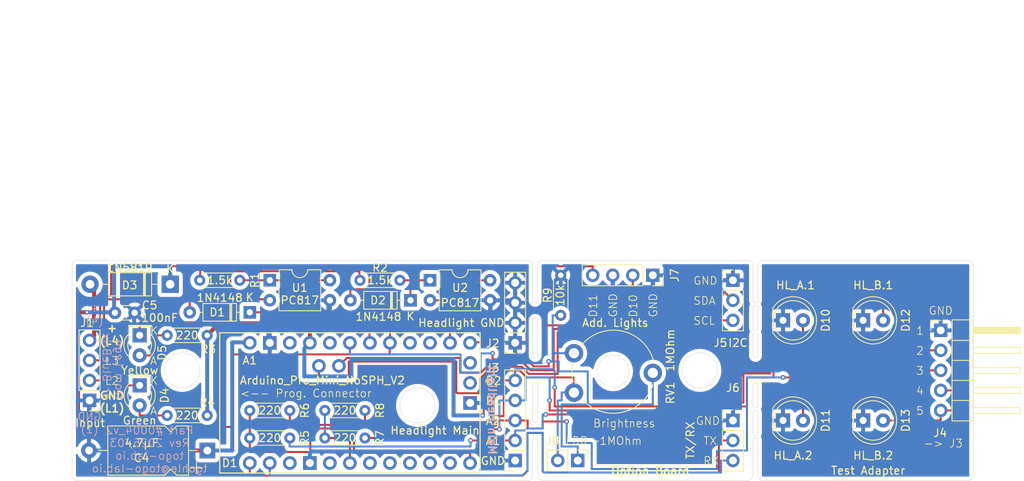
<source format=kicad_pcb>
(kicad_pcb
	(version 20240108)
	(generator "pcbnew")
	(generator_version "8.0")
	(general
		(thickness 1.6)
		(legacy_teardrops no)
	)
	(paper "A4")
	(title_block
		(title "DenshaBekutoru 電車ベクトル (Train Vector)")
		(date "2026-03-08")
		(rev "3")
		(company "ToGo-Lab")
		(comment 1 "- https://togo-lab.io/")
		(comment 2 "- Email: tgohle@togo-lab.io")
		(comment 3 "Thomas Gohle")
	)
	(layers
		(0 "F.Cu" signal)
		(31 "B.Cu" signal)
		(32 "B.Adhes" user "B.Adhesive")
		(33 "F.Adhes" user "F.Adhesive")
		(34 "B.Paste" user)
		(35 "F.Paste" user)
		(36 "B.SilkS" user "B.Silkscreen")
		(37 "F.SilkS" user "F.Silkscreen")
		(38 "B.Mask" user)
		(39 "F.Mask" user)
		(40 "Dwgs.User" user "User.Drawings")
		(41 "Cmts.User" user "User.Comments")
		(42 "Eco1.User" user "User.Eco1")
		(43 "Eco2.User" user "User.Eco2")
		(44 "Edge.Cuts" user)
		(45 "Margin" user)
		(46 "B.CrtYd" user "B.Courtyard")
		(47 "F.CrtYd" user "F.Courtyard")
		(48 "B.Fab" user)
		(49 "F.Fab" user)
		(50 "User.1" user "Help Lines")
	)
	(setup
		(stackup
			(layer "F.SilkS"
				(type "Top Silk Screen")
			)
			(layer "F.Paste"
				(type "Top Solder Paste")
			)
			(layer "F.Mask"
				(type "Top Solder Mask")
				(thickness 0.01)
			)
			(layer "F.Cu"
				(type "copper")
				(thickness 0.035)
			)
			(layer "dielectric 1"
				(type "core")
				(thickness 1.51)
				(material "FR4")
				(epsilon_r 4.5)
				(loss_tangent 0.02)
			)
			(layer "B.Cu"
				(type "copper")
				(thickness 0.035)
			)
			(layer "B.Mask"
				(type "Bottom Solder Mask")
				(thickness 0.01)
			)
			(layer "B.Paste"
				(type "Bottom Solder Paste")
			)
			(layer "B.SilkS"
				(type "Bottom Silk Screen")
			)
			(copper_finish "None")
			(dielectric_constraints no)
		)
		(pad_to_mask_clearance 0)
		(allow_soldermask_bridges_in_footprints no)
		(grid_origin 95.25 123.19)
		(pcbplotparams
			(layerselection 0x003ffff_ffffffff)
			(plot_on_all_layers_selection 0x0000000_00000000)
			(disableapertmacros no)
			(usegerberextensions no)
			(usegerberattributes yes)
			(usegerberadvancedattributes yes)
			(creategerberjobfile yes)
			(dashed_line_dash_ratio 12.000000)
			(dashed_line_gap_ratio 3.000000)
			(svgprecision 4)
			(plotframeref no)
			(viasonmask no)
			(mode 1)
			(useauxorigin no)
			(hpglpennumber 1)
			(hpglpenspeed 20)
			(hpglpendiameter 15.000000)
			(pdf_front_fp_property_popups yes)
			(pdf_back_fp_property_popups yes)
			(dxfpolygonmode yes)
			(dxfimperialunits yes)
			(dxfusepcbnewfont yes)
			(psnegative no)
			(psa4output no)
			(plotreference yes)
			(plotvalue yes)
			(plotfptext yes)
			(plotinvisibletext no)
			(sketchpadsonfab no)
			(subtractmaskfromsilk no)
			(outputformat 4)
			(mirror no)
			(drillshape 0)
			(scaleselection 1)
			(outputdirectory "/home/tgohle/Desktop/git/ToGo-Lab/0004-DenshaBekutoru/KiCad/0004-DenshaBekutoru_PCB_v0.2/")
		)
	)
	(net 0 "")
	(net 1 "Net-(A1-D3_INT1)")
	(net 2 "unconnected-(A1-PadA6)")
	(net 3 "Net-(A1-D11_MOSI)")
	(net 4 "unconnected-(A1-PadD4)")
	(net 5 "unconnected-(A1-PadA7)")
	(net 6 "unconnected-(A1-D13_SCK-PadD13)")
	(net 7 "unconnected-(A1-PadD5)")
	(net 8 "unconnected-(A1-RESET-PadRST1)")
	(net 9 "Net-(A1-D10_CS)")
	(net 10 "Net-(A1-PadD9)")
	(net 11 "unconnected-(A1-PadD7)")
	(net 12 "unconnected-(A1-PadA3)")
	(net 13 "Net-(D3-K)")
	(net 14 "unconnected-(A1-D2_INT0-PadD2)")
	(net 15 "Net-(J8-Pin_1)")
	(net 16 "GND")
	(net 17 "Net-(A1-Vcc)")
	(net 18 "unconnected-(A1-PadD6)")
	(net 19 "unconnected-(A1-D12_MISO-PadD12)")
	(net 20 "unconnected-(A1-RESET-PadRST2)")
	(net 21 "unconnected-(A1-PadD8)")
	(net 22 "Net-(D1-A)")
	(net 23 "Net-(D1-K)")
	(net 24 "Net-(D2-K)")
	(net 25 "Net-(D2-A)")
	(net 26 "Net-(D3-A)")
	(net 27 "Net-(D4-K)")
	(net 28 "Net-(D5-K)")
	(net 29 "Net-(D4-A)")
	(net 30 "Net-(D5-A)")
	(net 31 "Net-(D10-A)")
	(net 32 "Net-(D11-A)")
	(net 33 "Net-(D12-A)")
	(net 34 "Net-(D13-A)")
	(net 35 "Net-(A1-A4{slash}SDA)")
	(net 36 "Net-(A1-A5{slash}SCL)")
	(net 37 "Net-(A1-D0{slash}RX)")
	(net 38 "Net-(A1-D1{slash}TX)")
	(footprint "Capacitor_THT:CP_Axial_L10.0mm_D6.0mm_P15.00mm_Horizontal" (layer "F.Cu") (at 112.409 119.38 180))
	(footprint "LED_THT:LED_D5.0mm_Clear" (layer "F.Cu") (at 185.42 115.57))
	(footprint "Resistor_THT:R_Axial_DIN0204_L3.6mm_D1.6mm_P5.08mm_Horizontal" (layer "F.Cu") (at 132.3975 117.7925 180))
	(footprint "Connector_PinSocket_2.54mm:PinSocket_1x04_P2.54mm_Vertical" (layer "F.Cu") (at 168.91 97.155 -90))
	(footprint "Diode_THT:D_DO-35_SOD27_P7.62mm_Horizontal" (layer "F.Cu") (at 117.7925 101.854 180))
	(footprint "LED_THT:LED_D3.0mm" (layer "F.Cu") (at 103.8225 111.125 -90))
	(footprint "Connector_PinHeader_2.54mm:PinHeader_1x03_P2.54mm_Vertical" (layer "F.Cu") (at 179.07 115.57))
	(footprint "Capacitor_THT:C_Disc_D3.0mm_W1.6mm_P2.50mm" (layer "F.Cu") (at 100.6875 101.9175))
	(footprint "Connector_PinSocket_2.54mm:PinSocket_1x04_P2.54mm_Vertical" (layer "F.Cu") (at 151.4475 105.7275 180))
	(footprint "LED_THT:LED_D5.0mm_Clear" (layer "F.Cu") (at 185.42 102.87))
	(footprint "arduino-library:Arduino_Pro_Mini_Socket_NoSPH_V2" (layer "F.Cu") (at 130.4925 113.3475 90))
	(footprint "Diode_THT:D_DO-35_SOD27_P7.62mm_Horizontal" (layer "F.Cu") (at 138.176 100.33 180))
	(footprint "Resistor_THT:R_Axial_DIN0204_L3.6mm_D1.6mm_P5.08mm_Horizontal" (layer "F.Cu") (at 107.315 114.935))
	(footprint "Connector_PinHeader_2.54mm:PinHeader_1x05_P2.54mm_Horizontal" (layer "F.Cu") (at 205.4225 104.14))
	(footprint "Resistor_THT:R_Axial_DIN0204_L3.6mm_D1.6mm_P5.08mm_Horizontal" (layer "F.Cu") (at 112.395 104.775 180))
	(footprint "Connector_PinSocket_2.54mm:PinSocket_1x05_P2.54mm_Vertical" (layer "F.Cu") (at 151.4475 120.65 180))
	(footprint "Package_DIP:DIP-4_W7.62mm" (layer "F.Cu") (at 120.3325 97.785))
	(footprint "Diode_THT:D_DO-41_SOD81_P10.16mm_Horizontal" (layer "F.Cu") (at 107.696 98.298 180))
	(footprint "Connector_PinHeader_2.54mm:PinHeader_1x03_P2.54mm_Vertical" (layer "F.Cu") (at 179.07 97.79))
	(footprint "Resistor_THT:R_Axial_DIN0204_L3.6mm_D1.6mm_P5.08mm_Horizontal" (layer "F.Cu") (at 157.226 97.155 -90))
	(footprint "Package_DIP:DIP-4_W7.62mm" (layer "F.Cu") (at 140.6525 97.79))
	(footprint "Resistor_THT:R_Axial_DIN0204_L3.6mm_D1.6mm_P5.08mm_Horizontal" (layer "F.Cu") (at 111.4425 97.79))
	(footprint "Resistor_THT:R_Axial_DIN0204_L3.6mm_D1.6mm_P5.08mm_Horizontal" (layer "F.Cu") (at 122.8725 114.3 180))
	(footprint "LED_THT:LED_D5.0mm_Clear" (layer "F.Cu") (at 195.58 115.57))
	(footprint "Connector_PinHeader_2.54mm:PinHeader_1x02_P2.54mm_Vertical" (layer "F.Cu") (at 159.39 120.65 -90))
	(footprint "LED_THT:LED_D3.0mm" (layer "F.Cu") (at 103.8225 104.775 -90))
	(footprint "Resistor_THT:R_Axial_DIN0204_L3.6mm_D1.6mm_P5.08mm_Horizontal" (layer "F.Cu") (at 122.8725 117.7925 180))
	(footprint "LED_THT:LED_D5.0mm_Clear"
		(layer "F.Cu")
		(uuid "d9d3c5d5-70df-4a99-bdea-62d6c62c1ec0")
		(at 195.58 102.87)
		(descr "LED, diameter 5.0mm, 2 pins, clear, http://cdn-reichelt.de/documents/datenblatt/A500/LL-504BC2E-009.pdf, generated by kicad-footprint-generator")
		(tags "LED")
		(property "Reference" "D12"
			(at 5.3975 0 90)
			(layer "F.SilkS")
			(uuid "d660013a-ef98-4941-b9c3-53668ac3e908")
			(effects
				(font
					(size 1 1)
					(thickness 0.15)
				)
			)
		)
		(property "Value" "HL_B.1"
			(at 1.27 -4.445 0)
			(layer "F.SilkS")
			(uuid "b41cd8bb-1575-435b-b374-2a87a033c642")
			(effects
				(font
					(size 1 1)
					(thickness 0.15)
				)
			)
		)
		(property "Footprint" "LED_THT:LED_D5.0mm_Clear"
			(at 0 0 0)
			(layer "F.Fab")
			(hide yes)
			(uuid "989eb4f5-2041-45d1-8b66-1d619546efb2")
			(effects
				(font
					(size 1.27 1.27)
					(thickness 0.15)
				)
			)
		)
		(property "Datasheet" ""
			(at 0 0 0)
			(layer "F.Fab")
			(hide yes)
			(uuid "db16ba5f-dedf-464b-beaa-586a58da2c1c")
			(effects
				(font
					(size 1.27 1.27)
					(thickness 0.15)
				)
			)
		)
		(property "Description" "Light emitting diode"
			(at 0 0 0)
			(layer "F.Fab")
			(hide yes)
			(uuid "0ab733c7-a5c1-4df9-b75a-35c8fee0b903")
			(effects
				(font
					(size 1.27 1.27)
					(thickness 0.15)
				)
			)
		)
		(property ki_fp_filters "LED* LED_SMD:* LED_THT:*")
		(path "/862ea019-71c1-40a2-b76a-2953faaf1ae6")
		(sheetname "Root")
		(sheetfile "0004-DenshaBekutoru_v0.2.kicad_sch")
		(attr through_hole)
		(fp_line
			(start -1.29 -1.545)
			(end -1.29 1.545)
			(stroke
				(width 0.12)
				(type solid)
			)
			(layer "F.SilkS")
			(uuid "f745ecb2-2576-4967-a33b-70e0aa87e0ea")
		)
		(fp_arc
			(start -1.29 -1.54483)
			(mid 2.071756 -2.880501)
			(end 4.26 -0.000048)
			(stroke
				(width 0.12)
				(type solid)
			)
			(layer "F.SilkS")
			(uuid "dd66b83e-6711-4daa-97aa-17c966f5f6c6")
		)
		(fp_arc
			(start 4.26 0.000048)
			(mid 2.071756 2.880501)
			(end -1.29 1.54483)
			(stroke
				(width 0.12)
				(type solid)
			)
			(layer "F.SilkS")
			(uuid "43f98053-53b3-4634-8bdf-e33d2d725569")
		)
		(fp_circle
			(center 1.27 0)
			(end 3.77 0)
			(stroke
				(width 0.12)
				(type solid)
			)
			(fill none)
			(layer "F.SilkS")
			(uuid "1126d528-3041-439d-b846-955d52c43095")
		)
		(fp_line
			(start -1.94 -3.21)
			(end -1.94 3.21)
			(stroke
				(width 0.05)
				(type solid)
			)
			(layer "F.CrtYd")
			(uuid "1fc53f88-08af-464d-9e54-23e2b2486bf2")
		)
		(fp_line
			(start -1.94 3.21)
			(end 4.49 3.21)
			(stroke
				(width 0.05)
				(type solid)
			)
			(layer "F.CrtYd")
			(uuid "978cd64e-dddf-4a2c-a2f0-3cc4444267bb")
		)
		(fp_line
			(start 4.49 -3.21)
			(end -1.94 -3.21)
			(stroke
				(width 0.05)
				(type solid)
			)
			(layer "F.CrtYd")
			(uuid "80dcdad9-6803-464a-86fb-e3aa9dc13b15")
		)
		(fp_line
			(start 4.49 3.21)
			(end 4.49 -3.21)
			(stroke
				(width 0.05)
				(type solid)
			)
			(layer "F.CrtYd")
			(uuid "09b51d5e-c052-4c42-8ff2-2f255e56dd32")
		)
		(fp_line
			(start -1.23 -1.469694)
			(end -1.23 1.469694)
			(stroke
				(width 0.1)
				(type solid)
			)
			(layer "F.Fab")
			(uuid "ca0b9cb0-c079-4c98-88cd-bc1bddc4deb2")
		)
		(fp_arc
			(start -1.23 -1.469694)
			(mid 4.17 -0.000045)
			(end -1.229954 1.469772)
			(stroke
				(width 0.1)
				(type solid)
			)
			(layer "F.Fab")
			(uuid "8c17f093-2795-443a-b421-82e8d355eb35")
		)
		(fp_circle
			(center 1.27 0)
			(end 3.77 0)
			(stroke
				(width 0.1)
				(type solid)
			)
			(fill none)
			(layer "F.Fab")
			(uuid "807d3594-c6de-4b95-8a2e-7a663232a113")
		)
		(pad "1" thru_hole rect
			(at 0 0)
			(size 1.8 1.8)
			(drill 0.9)
			(layers "*.Cu" "*.Mask" "In1.Cu" "In2.Cu" "In3.Cu" "In4.Cu" "In5.Cu" "In6.Cu"
				"In7.Cu" "In8.Cu" "In9.Cu" "In10.Cu" "In11.Cu" "In12.Cu" "In13.Cu" "In14.Cu"
				"In15.Cu" "In16.Cu" "In17.Cu" "In18.Cu" "In19.Cu" "In20.Cu" "In21.Cu"
				"In22.Cu" "In23.Cu" "In24.Cu" "In25.Cu" "In26.Cu" "In27.Cu" "In28.Cu"
				"In29.Cu" "In30.Cu"
			)
			(remove_unused_layers no)
			(net 16 "GND")
			(pinfunction "K")
			(pintype "passive")
			(uuid "ff23a54b-4351-49af-8984-3f54017b86d6")
		)
		(pad "2" thru_hole circle
			(at 2.54 0)
			(size 1.8 1.8)
			(drill 0.9)
			(layers "*.Cu" "*.Mask" "In1.Cu" "In2.Cu" "In3.Cu" "In4.Cu" "In5.Cu" "In6.Cu"
				"In7.Cu" "In8.Cu" "In9.Cu" "In10.Cu" "In11.Cu" "In12.Cu" "In13.Cu" "In14.Cu"
				"In15.Cu" "In16.Cu" "In17.Cu" "In18.Cu" "In19.Cu" "In20.Cu" "In21.Cu"
				"In22.Cu" "In23.Cu" "In24.Cu" "In25.Cu" "In26.Cu" "In27.Cu" "In28.Cu"
				"In29.Cu" "In30.Cu"
			)
			(remove_unused_layers no)
			(net 33 "Net-(D12-A)")
			(pinfunction "A")
			(pintype "passive")
			(uuid "6efb95db-0b43-4160-9e77-1c226d5201ef")
		)
		(model "${KICAD8_3DMODEL_DIR}/LED_THT.3dshapes/LED_D5.0mm_Clear.wrl"
			(offset
				(xyz 0 0 0)
			)
			(scale
				(xyz 1 1 1)
			)
			(ro
... [621336 chars truncated]
</source>
